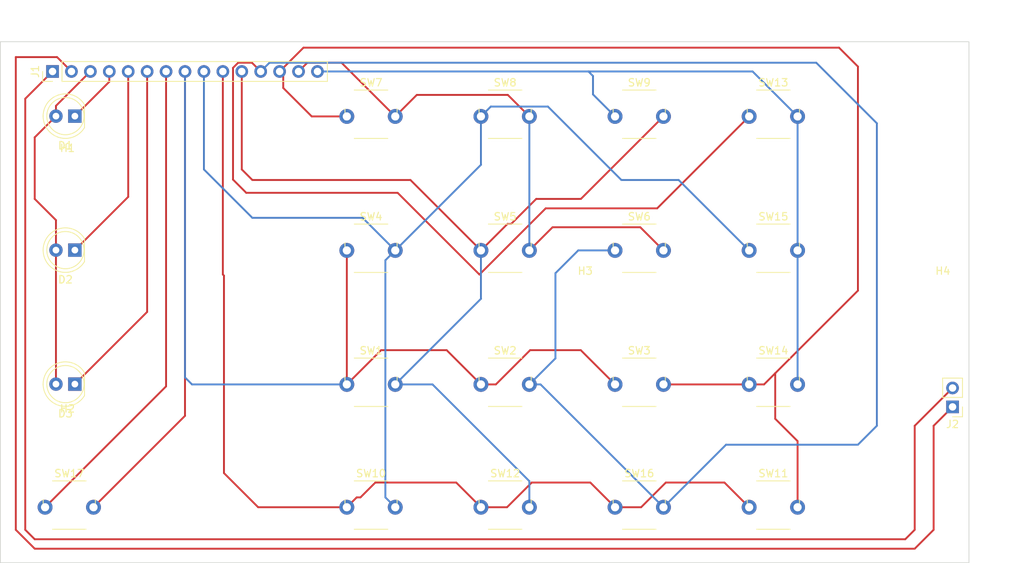
<source format=kicad_pcb>
(kicad_pcb (version 20221018) (generator pcbnew)
  (layers (0 "F.Cu" signal) (31 "B.Cu" signal) (34 "B.Paste" user) (35 "F.Paste" user) (36 "B.SilkS" user "B.Silkscreen") (37 "F.SilkS" user "F.Silkscreen") (38 "B.Mask" user) (39 "F.Mask" user) (44 "Edge.Cuts" user))
  (net 0 "")
  (net 1 "Net-(D1-K)")
  (net 2 "Net-(D1-A)")
  (net 3 "Net-(D2-K)")
  (net 4 "Net-(D3-K)")
  (net 5 "Net-(J1-Pin_1)")
  (net 6 "Net-(J1-Pin_2)")
  (net 7 "Net-(J1-Pin_7)")
  (net 8 "Net-(J1-Pin_8)")
  (net 9 "Net-(J1-Pin_9)")
  (net 10 "Net-(J1-Pin_10)")
  (net 11 "Net-(J1-Pin_11)")
  (net 12 "Net-(J1-Pin_12)")
  (net 13 "Net-(J1-Pin_13)")
  (net 14 "Net-(J1-Pin_14)")
  (net 15 "Net-(J1-Pin_15)")
  (footprint "MountingHole:MountingHole_3.2mm_M3" (layer "F.Cu") (at 59 68.5)
    (fp_text reference "H1" (at 0 -4.2) (layer "F.SilkS"))
    (fp_text value "MountingHole")
    (pad "" np_thru_hole circle (at 0 0) (size 3.2 3.2) (drill 3.2) (layers "*.Cu" "*.Mask"))
  )
  (footprint "Connector_PinHeader_2.54mm:PinHeader_1x02_P2.54mm_Vertical" (layer "F.Cu") (at 177.8 99.06 180)
    (fp_text reference "J2" (at 0 -2.33) (layer "F.SilkS"))
    (fp_text value "Conn_01x02_MountingPin")
    (fp_line (start -1.33 -1.33) (end 0 -1.33) (stroke (width 0.12)) (layer "F.SilkS"))
    (fp_line (start -1.33 0) (end -1.33 -1.33) (stroke (width 0.12)) (layer "F.SilkS"))
    (fp_line (start -1.33 1.27) (end -1.33 3.87) (stroke (width 0.12)) (layer "F.SilkS"))
    (fp_line (start -1.33 1.27) (end 1.33 1.27) (stroke (width 0.12)) (layer "F.SilkS"))
    (fp_line (start -1.33 3.87) (end 1.33 3.87) (stroke (width 0.12)) (layer "F.SilkS"))
    (fp_line (start 1.33 1.27) (end 1.33 3.87) (stroke (width 0.12)) (layer "F.SilkS"))
    (pad "1" thru_hole rect (at 0 0 180) (size 1.7 1.7) (drill 1) (layers "*.Cu" "*.Mask") (net 6 "Net-(J1-Pin_2)"))
    (pad "2" thru_hole oval (at 0 2.54 180) (size 1.7 1.7) (drill 1) (layers "*.Cu" "*.Mask") (net 5 "Net-(J1-Pin_1)"))
  )
  (footprint "Connector_PinHeader_2.54mm:PinHeader_1x15_P2.54mm_Vertical" (layer "F.Cu") (at 57 54 90)
    (fp_text reference "J1" (at 0 -2.33 90) (layer "F.SilkS"))
    (fp_text value "Conn_01x15_MountingPin")
    (fp_line (start -1.33 -1.33) (end 0 -1.33) (stroke (width 0.12)) (layer "F.SilkS"))
    (fp_line (start -1.33 0) (end -1.33 -1.33) (stroke (width 0.12)) (layer "F.SilkS"))
    (fp_line (start -1.33 1.27) (end -1.33 36.89) (stroke (width 0.12)) (layer "F.SilkS"))
    (fp_line (start -1.33 1.27) (end 1.33 1.27) (stroke (width 0.12)) (layer "F.SilkS"))
    (fp_line (start -1.33 36.89) (end 1.33 36.89) (stroke (width 0.12)) (layer "F.SilkS"))
    (fp_line (start 1.33 1.27) (end 1.33 36.89) (stroke (width 0.12)) (layer "F.SilkS"))
    (pad "1" thru_hole rect (at 0 0 90) (size 1.7 1.7) (drill 1) (layers "*.Cu" "*.Mask") (net 5 "Net-(J1-Pin_1)"))
    (pad "2" thru_hole oval (at 0 2.54 90) (size 1.7 1.7) (drill 1) (layers "*.Cu" "*.Mask") (net 6 "Net-(J1-Pin_2)"))
    (pad "3" thru_hole oval (at 0 5.08 90) (size 1.7 1.7) (drill 1) (layers "*.Cu" "*.Mask") (net 2 "Net-(D1-A)"))
    (pad "4" thru_hole oval (at 0 7.62 90) (size 1.7 1.7) (drill 1) (layers "*.Cu" "*.Mask") (net 1 "Net-(D1-K)"))
    (pad "5" thru_hole oval (at 0 10.16 90) (size 1.7 1.7) (drill 1) (layers "*.Cu" "*.Mask") (net 3 "Net-(D2-K)"))
    (pad "6" thru_hole oval (at 0 12.7 90) (size 1.7 1.7) (drill 1) (layers "*.Cu" "*.Mask") (net 4 "Net-(D3-K)"))
    (pad "7" thru_hole oval (at 0 15.24 90) (size 1.7 1.7) (drill 1) (layers "*.Cu" "*.Mask") (net 7 "Net-(J1-Pin_7)"))
    (pad "8" thru_hole oval (at 0 17.78 90) (size 1.7 1.7) (drill 1) (layers "*.Cu" "*.Mask") (net 8 "Net-(J1-Pin_8)"))
    (pad "9" thru_hole oval (at 0 20.32 90) (size 1.7 1.7) (drill 1) (layers "*.Cu" "*.Mask") (net 9 "Net-(J1-Pin_9)"))
    (pad "10" thru_hole oval (at 0 22.86 90) (size 1.7 1.7) (drill 1) (layers "*.Cu" "*.Mask") (net 10 "Net-(J1-Pin_10)"))
    (pad "11" thru_hole oval (at 0 25.4 90) (size 1.7 1.7) (drill 1) (layers "*.Cu" "*.Mask") (net 11 "Net-(J1-Pin_11)"))
    (pad "12" thru_hole oval (at 0 27.94 90) (size 1.7 1.7) (drill 1) (layers "*.Cu" "*.Mask") (net 12 "Net-(J1-Pin_12)"))
    (pad "13" thru_hole oval (at 0 30.48 90) (size 1.7 1.7) (drill 1) (layers "*.Cu" "*.Mask") (net 13 "Net-(J1-Pin_13)"))
    (pad "14" thru_hole oval (at 0 33.02 90) (size 1.7 1.7) (drill 1) (layers "*.Cu" "*.Mask") (net 14 "Net-(J1-Pin_14)"))
    (pad "15" thru_hole oval (at 0 35.56 90) (size 1.7 1.7) (drill 1) (layers "*.Cu" "*.Mask") (net 15 "Net-(J1-Pin_15)"))
  )
  (footprint "Button_Switch_THT:SW_PUSH_6mm_H5mm_single" (layer "F.Cu") (at 132.5 93.5)
    (fp_text reference "SW3" (at 3.25 -2) (layer "F.SilkS"))
    (fp_text value "3")
    (fp_line (start -0.25 1.5) (end -0.25 3) (stroke (width 0.12)) (layer "F.SilkS"))
    (fp_line (start 1 5.5) (end 5.5 5.5) (stroke (width 0.12)) (layer "F.SilkS"))
    (fp_line (start 5.5 -1) (end 1 -1) (stroke (width 0.12)) (layer "F.SilkS"))
    (fp_line (start 6.75 3) (end 6.75 1.5) (stroke (width 0.12)) (layer "F.SilkS"))
    (pad "1" thru_hole circle (at 0 2.54 90) (size 2 2) (drill 1.1) (layers "*.Cu" "*.Mask") (net 8 "Net-(J1-Pin_8)"))
    (pad "2" thru_hole circle (at 6.5 2.54 90) (size 2 2) (drill 1.1) (layers "*.Cu" "*.Mask") (net 13 "Net-(J1-Pin_13)"))
  )
  (footprint "Button_Switch_THT:SW_PUSH_6mm_H5mm_single" (layer "F.Cu") (at 132.5 75.5)
    (fp_text reference "SW6" (at 3.25 -2) (layer "F.SilkS"))
    (fp_text value "6")
    (fp_line (start -0.25 1.5) (end -0.25 3) (stroke (width 0.12)) (layer "F.SilkS"))
    (fp_line (start 1 5.5) (end 5.5 5.5) (stroke (width 0.12)) (layer "F.SilkS"))
    (fp_line (start 5.5 -1) (end 1 -1) (stroke (width 0.12)) (layer "F.SilkS"))
    (fp_line (start 6.75 3) (end 6.75 1.5) (stroke (width 0.12)) (layer "F.SilkS"))
    (pad "1" thru_hole circle (at 0 2.54 90) (size 2 2) (drill 1.1) (layers "*.Cu" "*.Mask") (net 12 "Net-(J1-Pin_12)"))
    (pad "2" thru_hole circle (at 6.5 2.54 90) (size 2 2) (drill 1.1) (layers "*.Cu" "*.Mask") (net 14 "Net-(J1-Pin_14)"))
  )
  (footprint "Button_Switch_THT:SW_PUSH_6mm_H5mm_single" (layer "F.Cu") (at 132.5 110)
    (fp_text reference "SW16" (at 3.25 -2) (layer "F.SilkS"))
    (fp_text value ">")
    (fp_line (start -0.25 1.5) (end -0.25 3) (stroke (width 0.12)) (layer "F.SilkS"))
    (fp_line (start 1 5.5) (end 5.5 5.5) (stroke (width 0.12)) (layer "F.SilkS"))
    (fp_line (start 5.5 -1) (end 1 -1) (stroke (width 0.12)) (layer "F.SilkS"))
    (fp_line (start 6.75 3) (end 6.75 1.5) (stroke (width 0.12)) (layer "F.SilkS"))
    (pad "1" thru_hole circle (at 0 2.54 90) (size 2 2) (drill 1.1) (layers "*.Cu" "*.Mask") (net 10 "Net-(J1-Pin_10)"))
    (pad "2" thru_hole circle (at 6.5 2.54 90) (size 2 2) (drill 1.1) (layers "*.Cu" "*.Mask") (net 12 "Net-(J1-Pin_12)"))
  )
  (footprint "Button_Switch_THT:SW_PUSH_6mm_H5mm_single" (layer "F.Cu") (at 150.5 110)
    (fp_text reference "SW11" (at 3.25 -2) (layer "F.SilkS"))
    (fp_text value "C")
    (fp_line (start -0.25 1.5) (end -0.25 3) (stroke (width 0.12)) (layer "F.SilkS"))
    (fp_line (start 1 5.5) (end 5.5 5.5) (stroke (width 0.12)) (layer "F.SilkS"))
    (fp_line (start 5.5 -1) (end 1 -1) (stroke (width 0.12)) (layer "F.SilkS"))
    (fp_line (start 6.75 3) (end 6.75 1.5) (stroke (width 0.12)) (layer "F.SilkS"))
    (pad "1" thru_hole circle (at 0 2.54 90) (size 2 2) (drill 1.1) (layers "*.Cu" "*.Mask") (net 10 "Net-(J1-Pin_10)"))
    (pad "2" thru_hole circle (at 6.5 2.54 90) (size 2 2) (drill 1.1) (layers "*.Cu" "*.Mask") (net 13 "Net-(J1-Pin_13)"))
  )
  (footprint "Button_Switch_THT:SW_PUSH_6mm_H5mm_single" (layer "F.Cu") (at 150.5 57.5)
    (fp_text reference "SW13" (at 3.25 -2) (layer "F.SilkS"))
    (fp_text value "IN")
    (fp_line (start -0.25 1.5) (end -0.25 3) (stroke (width 0.12)) (layer "F.SilkS"))
    (fp_line (start 1 5.5) (end 5.5 5.5) (stroke (width 0.12)) (layer "F.SilkS"))
    (fp_line (start 5.5 -1) (end 1 -1) (stroke (width 0.12)) (layer "F.SilkS"))
    (fp_line (start 6.75 3) (end 6.75 1.5) (stroke (width 0.12)) (layer "F.SilkS"))
    (pad "1" thru_hole circle (at 0 2.54 90) (size 2 2) (drill 1.1) (layers "*.Cu" "*.Mask") (net 12 "Net-(J1-Pin_12)"))
    (pad "2" thru_hole circle (at 6.5 2.54 90) (size 2 2) (drill 1.1) (layers "*.Cu" "*.Mask") (net 15 "Net-(J1-Pin_15)"))
  )
  (footprint "Button_Switch_THT:SW_PUSH_6mm_H5mm_single" (layer "F.Cu") (at 114.5 75.5)
    (fp_text reference "SW5" (at 3.25 -2) (layer "F.SilkS"))
    (fp_text value "5")
    (fp_line (start -0.25 1.5) (end -0.25 3) (stroke (width 0.12)) (layer "F.SilkS"))
    (fp_line (start 1 5.5) (end 5.5 5.5) (stroke (width 0.12)) (layer "F.SilkS"))
    (fp_line (start 5.5 -1) (end 1 -1) (stroke (width 0.12)) (layer "F.SilkS"))
    (fp_line (start 6.75 3) (end 6.75 1.5) (stroke (width 0.12)) (layer "F.SilkS"))
    (pad "1" thru_hole circle (at 0 2.54 90) (size 2 2) (drill 1.1) (layers "*.Cu" "*.Mask") (net 11 "Net-(J1-Pin_11)"))
    (pad "2" thru_hole circle (at 6.5 2.54 90) (size 2 2) (drill 1.1) (layers "*.Cu" "*.Mask") (net 14 "Net-(J1-Pin_14)"))
  )
  (footprint "Button_Switch_THT:SW_PUSH_6mm_H5mm_single" (layer "F.Cu") (at 96.5 57.5)
    (fp_text reference "SW7" (at 3.25 -2) (layer "F.SilkS"))
    (fp_text value "7")
    (fp_line (start -0.25 1.5) (end -0.25 3) (stroke (width 0.12)) (layer "F.SilkS"))
    (fp_line (start 1 5.5) (end 5.5 5.5) (stroke (width 0.12)) (layer "F.SilkS"))
    (fp_line (start 5.5 -1) (end 1 -1) (stroke (width 0.12)) (layer "F.SilkS"))
    (fp_line (start 6.75 3) (end 6.75 1.5) (stroke (width 0.12)) (layer "F.SilkS"))
    (pad "1" thru_hole circle (at 0 2.54 90) (size 2 2) (drill 1.1) (layers "*.Cu" "*.Mask") (net 13 "Net-(J1-Pin_13)"))
    (pad "2" thru_hole circle (at 6.5 2.54 90) (size 2 2) (drill 1.1) (layers "*.Cu" "*.Mask") (net 14 "Net-(J1-Pin_14)"))
  )
  (footprint "Button_Switch_THT:SW_PUSH_6mm_H5mm_single" (layer "F.Cu") (at 114.5 110)
    (fp_text reference "SW12" (at 3.25 -2) (layer "F.SilkS"))
    (fp_text value "<")
    (fp_line (start -0.25 1.5) (end -0.25 3) (stroke (width 0.12)) (layer "F.SilkS"))
    (fp_line (start 1 5.5) (end 5.5 5.5) (stroke (width 0.12)) (layer "F.SilkS"))
    (fp_line (start 5.5 -1) (end 1 -1) (stroke (width 0.12)) (layer "F.SilkS"))
    (fp_line (start 6.75 3) (end 6.75 1.5) (stroke (width 0.12)) (layer "F.SilkS"))
    (pad "1" thru_hole circle (at 0 2.54 90) (size 2 2) (drill 1.1) (layers "*.Cu" "*.Mask") (net 10 "Net-(J1-Pin_10)"))
    (pad "2" thru_hole circle (at 6.5 2.54 90) (size 2 2) (drill 1.1) (layers "*.Cu" "*.Mask") (net 11 "Net-(J1-Pin_11)"))
  )
  (footprint "Button_Switch_THT:SW_PUSH_6mm_H5mm_single" (layer "F.Cu") (at 56 110)
    (fp_text reference "SW17" (at 3.25 -2) (layer "F.SilkS"))
    (fp_text value "E-Stop")
    (fp_line (start -0.25 1.5) (end -0.25 3) (stroke (width 0.12)) (layer "F.SilkS"))
    (fp_line (start 1 5.5) (end 5.5 5.5) (stroke (width 0.12)) (layer "F.SilkS"))
    (fp_line (start 5.5 -1) (end 1 -1) (stroke (width 0.12)) (layer "F.SilkS"))
    (fp_line (start 6.75 3) (end 6.75 1.5) (stroke (width 0.12)) (layer "F.SilkS"))
    (pad "1" thru_hole circle (at 0 2.54 90) (size 2 2) (drill 1.1) (layers "*.Cu" "*.Mask") (net 7 "Net-(J1-Pin_7)"))
    (pad "2" thru_hole circle (at 6.5 2.54 90) (size 2 2) (drill 1.1) (layers "*.Cu" "*.Mask") (net 8 "Net-(J1-Pin_8)"))
  )
  (footprint "MountingHole:MountingHole_3.2mm_M3" (layer "F.Cu") (at 176.5 85)
    (fp_text reference "H4" (at 0 -4.2) (layer "F.SilkS"))
    (fp_text value "MountingHole")
    (pad "" np_thru_hole circle (at 0 0) (size 3.2 3.2) (drill 3.2) (layers "*.Cu" "*.Mask"))
  )
  (footprint "LED_THT:LED_D5.0mm_IRGrey" (layer "F.Cu") (at 60 60 180)
    (fp_text reference "D1" (at 1.27 -3.96) (layer "F.SilkS"))
    (fp_text value "CQY99")
    (fp_line (start -1.29 -1.545) (end -1.29 1.545) (stroke (width 0.12)) (layer "F.SilkS"))
    (fp_arc (start -1.29 -1.54483) (mid 2.072002 -2.880433) (end 4.26 0.000462) (stroke (width 0.12)) (layer "F.SilkS"))
    (fp_arc (start 4.26 -0.000462) (mid 2.072002 2.880433) (end -1.29 1.54483) (stroke (width 0.12)) (layer "F.SilkS"))
    (fp_circle (center 1.27 0) (end 3.77 0) (stroke (width 0.12)) (fill none) (layer "F.SilkS"))
    (pad "1" thru_hole rect (at 0 0 180) (size 1.8 1.8) (drill 0.9) (layers "*.Cu" "*.Mask") (net 1 "Net-(D1-K)"))
    (pad "2" thru_hole circle (at 2.54 0 180) (size 1.8 1.8) (drill 0.9) (layers "*.Cu" "*.Mask") (net 2 "Net-(D1-A)"))
  )
  (footprint "Button_Switch_THT:SW_PUSH_6mm_H5mm_single" (layer "F.Cu") (at 150.5 93.5)
    (fp_text reference "SW14" (at 3.25 -2) (layer "F.SilkS"))
    (fp_text value "CT")
    (fp_line (start -0.25 1.5) (end -0.25 3) (stroke (width 0.12)) (layer "F.SilkS"))
    (fp_line (start 1 5.5) (end 5.5 5.5) (stroke (width 0.12)) (layer "F.SilkS"))
    (fp_line (start 5.5 -1) (end 1 -1) (stroke (width 0.12)) (layer "F.SilkS"))
    (fp_line (start 6.75 3) (end 6.75 1.5) (stroke (width 0.12)) (layer "F.SilkS"))
    (pad "1" thru_hole circle (at 0 2.54 90) (size 2 2) (drill 1.1) (layers "*.Cu" "*.Mask") (net 13 "Net-(J1-Pin_13)"))
    (pad "2" thru_hole circle (at 6.5 2.54 90) (size 2 2) (drill 1.1) (layers "*.Cu" "*.Mask") (net 15 "Net-(J1-Pin_15)"))
  )
  (footprint "Button_Switch_THT:SW_PUSH_6mm_H5mm_single" (layer "F.Cu") (at 114.5 93.5)
    (fp_text reference "SW2" (at 3.25 -2) (layer "F.SilkS"))
    (fp_text value "2")
    (fp_line (start -0.25 1.5) (end -0.25 3) (stroke (width 0.12)) (layer "F.SilkS"))
    (fp_line (start 1 5.5) (end 5.5 5.5) (stroke (width 0.12)) (layer "F.SilkS"))
    (fp_line (start 5.5 -1) (end 1 -1) (stroke (width 0.12)) (layer "F.SilkS"))
    (fp_line (start 6.75 3) (end 6.75 1.5) (stroke (width 0.12)) (layer "F.SilkS"))
    (pad "1" thru_hole circle (at 0 2.54 90) (size 2 2) (drill 1.1) (layers "*.Cu" "*.Mask") (net 8 "Net-(J1-Pin_8)"))
    (pad "2" thru_hole circle (at 6.5 2.54 90) (size 2 2) (drill 1.1) (layers "*.Cu" "*.Mask") (net 12 "Net-(J1-Pin_12)"))
  )
  (footprint "MountingHole:MountingHole_3.2mm_M3" (layer "F.Cu") (at 128.5 85)
    (fp_text reference "H3" (at 0 -4.2) (layer "F.SilkS"))
    (fp_text value "MountingHole")
    (pad "" np_thru_hole circle (at 0 0) (size 3.2 3.2) (drill 3.2) (layers "*.Cu" "*.Mask"))
  )
  (footprint "Button_Switch_THT:SW_PUSH_6mm_H5mm_single" (layer "F.Cu") (at 150.5 75.5)
    (fp_text reference "SW15" (at 3.25 -2) (layer "F.SilkS"))
    (fp_text value "LO")
    (fp_line (start -0.25 1.5) (end -0.25 3) (stroke (width 0.12)) (layer "F.SilkS"))
    (fp_line (start 1 5.5) (end 5.5 5.5) (stroke (width 0.12)) (layer "F.SilkS"))
    (fp_line (start 5.5 -1) (end 1 -1) (stroke (width 0.12)) (layer "F.SilkS"))
    (fp_line (start 6.75 3) (end 6.75 1.5) (stroke (width 0.12)) (layer "F.SilkS"))
    (pad "1" thru_hole circle (at 0 2.54 90) (size 2 2) (drill 1.1) (layers "*.Cu" "*.Mask") (net 9 "Net-(J1-Pin_9)"))
    (pad "2" thru_hole circle (at 6.5 2.54 90) (size 2 2) (drill 1.1) (layers "*.Cu" "*.Mask") (net 15 "Net-(J1-Pin_15)"))
  )
  (footprint "Button_Switch_THT:SW_PUSH_6mm_H5mm_single" (layer "F.Cu") (at 132.5 57.5)
    (fp_text reference "SW9" (at 3.25 -2) (layer "F.SilkS"))
    (fp_text value "9")
    (fp_line (start -0.25 1.5) (end -0.25 3) (stroke (width 0.12)) (layer "F.SilkS"))
    (fp_line (start 1 5.5) (end 5.5 5.5) (stroke (width 0.12)) (layer "F.SilkS"))
    (fp_line (start 5.5 -1) (end 1 -1) (stroke (width 0.12)) (layer "F.SilkS"))
    (fp_line (start 6.75 3) (end 6.75 1.5) (stroke (width 0.12)) (layer "F.SilkS"))
    (pad "1" thru_hole circle (at 0 2.54 90) (size 2 2) (drill 1.1) (layers "*.Cu" "*.Mask") (net 15 "Net-(J1-Pin_15)"))
    (pad "2" thru_hole circle (at 6.5 2.54 90) (size 2 2) (drill 1.1) (layers "*.Cu" "*.Mask") (net 11 "Net-(J1-Pin_11)"))
  )
  (footprint "Button_Switch_THT:SW_PUSH_6mm_H5mm_single" (layer "F.Cu") (at 96.5 93.5)
    (fp_text reference "SW1" (at 3.25 -2) (layer "F.SilkS"))
    (fp_text value "1")
    (fp_line (start -0.25 1.5) (end -0.25 3) (stroke (width 0.12)) (layer "F.SilkS"))
    (fp_line (start 1 5.5) (end 5.5 5.5) (stroke (width 0.12)) (layer "F.SilkS"))
    (fp_line (start 5.5 -1) (end 1 -1) (stroke (width 0.12)) (layer "F.SilkS"))
    (fp_line (start 6.75 3) (end 6.75 1.5) (stroke (width 0.12)) (layer "F.SilkS"))
    (pad "1" thru_hole circle (at 0 2.54 90) (size 2 2) (drill 1.1) (layers "*.Cu" "*.Mask") (net 8 "Net-(J1-Pin_8)"))
    (pad "2" thru_hole circle (at 6.5 2.54 90) (size 2 2) (drill 1.1) (layers "*.Cu" "*.Mask") (net 11 "Net-(J1-Pin_11)"))
  )
  (footprint "LED_THT:LED_D5.0mm_IRGrey" (layer "F.Cu") (at 60 78 180)
    (fp_text reference "D2" (at 1.27 -3.96) (layer "F.SilkS"))
    (fp_text value "CQY99")
    (fp_line (start -1.29 -1.545) (end -1.29 1.545) (stroke (width 0.12)) (layer "F.SilkS"))
    (fp_arc (start -1.29 -1.54483) (mid 2.072002 -2.880433) (end 4.26 0.000462) (stroke (width 0.12)) (layer "F.SilkS"))
    (fp_arc (start 4.26 -0.000462) (mid 2.072002 2.880433) (end -1.29 1.54483) (stroke (width 0.12)) (layer "F.SilkS"))
    (fp_circle (center 1.27 0) (end 3.77 0) (stroke (width 0.12)) (fill none) (layer "F.SilkS"))
    (pad "1" thru_hole rect (at 0 0 180) (size 1.8 1.8) (drill 0.9) (layers "*.Cu" "*.Mask") (net 3 "Net-(D2-K)"))
    (pad "2" thru_hole circle (at 2.54 0 180) (size 1.8 1.8) (drill 0.9) (layers "*.Cu" "*.Mask") (net 2 "Net-(D1-A)"))
  )
  (footprint "MountingHole:MountingHole_3.2mm_M3" (layer "F.Cu") (at 59 103.5)
    (fp_text reference "H2" (at 0 -4.2) (layer "F.SilkS"))
    (fp_text value "MountingHole")
    (pad "" np_thru_hole circle (at 0 0) (size 3.2 3.2) (drill 3.2) (layers "F&B.Cu" "*.Mask"))
  )
  (footprint "Button_Switch_THT:SW_PUSH_6mm_H5mm_single" (layer "F.Cu") (at 96.5 110)
    (fp_text reference "SW10" (at 3.25 -2) (layer "F.SilkS"))
    (fp_text value "0")
    (fp_line (start -0.25 1.5) (end -0.25 3) (stroke (width 0.12)) (layer "F.SilkS"))
    (fp_line (start 1 5.5) (end 5.5 5.5) (stroke (width 0.12)) (layer "F.SilkS"))
    (fp_line (start 5.5 -1) (end 1 -1) (stroke (width 0.12)) (layer "F.SilkS"))
    (fp_line (start 6.75 3) (end 6.75 1.5) (stroke (width 0.12)) (layer "F.SilkS"))
    (pad "1" thru_hole circle (at 0 2.54 90) (size 2 2) (drill 1.1) (layers "*.Cu" "*.Mask") (net 10 "Net-(J1-Pin_10)"))
    (pad "2" thru_hole circle (at 6.5 2.54 90) (size 2 2) (drill 1.1) (layers "*.Cu" "*.Mask") (net 9 "Net-(J1-Pin_9)"))
  )
  (footprint "LED_THT:LED_D5.0mm_IRGrey" (layer "F.Cu") (at 60 96 180)
    (fp_text reference "D3" (at 1.27 -3.96) (layer "F.SilkS"))
    (fp_text value "CQY99")
    (fp_line (start -1.29 -1.545) (end -1.29 1.545) (stroke (width 0.12)) (layer "F.SilkS"))
    (fp_arc (start -1.29 -1.54483) (mid 2.072002 -2.880433) (end 4.26 0.000462) (stroke (width 0.12)) (layer "F.SilkS"))
    (fp_arc (start 4.26 -0.000462) (mid 2.072002 2.880433) (end -1.29 1.54483) (stroke (width 0.12)) (layer "F.SilkS"))
    (fp_circle (center 1.27 0) (end 3.77 0) (stroke (width 0.12)) (fill none) (layer "F.SilkS"))
    (pad "1" thru_hole rect (at 0 0 180) (size 1.8 1.8) (drill 0.9) (layers "*.Cu" "*.Mask") (net 4 "Net-(D3-K)"))
    (pad "2" thru_hole circle (at 2.54 0 180) (size 1.8 1.8) (drill 0.9) (layers "*.Cu" "*.Mask") (net 2 "Net-(D1-A)"))
  )
  (footprint "Button_Switch_THT:SW_PUSH_6mm_H5mm_single" (layer "F.Cu") (at 96.5 75.5)
    (fp_text reference "SW4" (at 3.25 -2) (layer "F.SilkS"))
    (fp_text value "4")
    (fp_line (start -0.25 1.5) (end -0.25 3) (stroke (width 0.12)) (layer "F.SilkS"))
    (fp_line (start 1 5.5) (end 5.5 5.5) (stroke (width 0.12)) (layer "F.SilkS"))
    (fp_line (start 5.5 -1) (end 1 -1) (stroke (width 0.12)) (layer "F.SilkS"))
    (fp_line (start 6.75 3) (end 6.75 1.5) (stroke (width 0.12)) (layer "F.SilkS"))
    (pad "1" thru_hole circle (at 0 2.54 90) (size 2 2) (drill 1.1) (layers "*.Cu" "*.Mask") (net 8 "Net-(J1-Pin_8)"))
    (pad "2" thru_hole circle (at 6.5 2.54 90) (size 2 2) (drill 1.1) (layers "*.Cu" "*.Mask") (net 9 "Net-(J1-Pin_9)"))
  )
  (footprint "Button_Switch_THT:SW_PUSH_6mm_H5mm_single" (layer "F.Cu") (at 114.5 57.5)
    (fp_text reference "SW8" (at 3.25 -2) (layer "F.SilkS"))
    (fp_text value "8")
    (fp_line (start -0.25 1.5) (end -0.25 3) (stroke (width 0.12)) (layer "F.SilkS"))
    (fp_line (start 1 5.5) (end 5.5 5.5) (stroke (width 0.12)) (layer "F.SilkS"))
    (fp_line (start 5.5 -1) (end 1 -1) (stroke (width 0.12)) (layer "F.SilkS"))
    (fp_line (start 6.75 3) (end 6.75 1.5) (stroke (width 0.12)) (layer "F.SilkS"))
    (pad "1" thru_hole circle (at 0 2.54 90) (size 2 2) (drill 1.1) (layers "*.Cu" "*.Mask") (net 9 "Net-(J1-Pin_9)"))
    (pad "2" thru_hole circle (at 6.5 2.54 90) (size 2 2) (drill 1.1) (layers "*.Cu" "*.Mask") (net 14 "Net-(J1-Pin_14)"))
  )
  (gr_rect (start 50 50) (end 180 120) (stroke (width 0.1)) (fill none) (layer "Edge.Cuts"))
  (segment (start 64.62 55.38) (end 60 60) (width 0.25) (layer "F.Cu") (net 1))
  (segment (start 64.62 54) (end 64.62 55.38) (width 0.25) (layer "F.Cu") (net 1))
  (segment (start 57.46 96) (end 57.46 78) (width 0.25) (layer "F.Cu") (net 2))
  (segment (start 57.46 58.62) (end 57.46 60) (width 0.25) (layer "F.Cu") (net 2))
  (segment (start 57.46 73.97) (end 54.61 71.12) (width 0.25) (layer "F.Cu") (net 2))
  (segment (start 62.08 54) (end 57.46 58.62) (width 0.25) (layer "F.Cu") (net 2))
  (segment (start 57.46 78) (end 57.46 73.97) (width 0.25) (layer "F.Cu") (net 2))
  (segment (start 54.61 62.85) (end 57.46 60) (width 0.25) (layer "F.Cu") (net 2))
  (segment (start 54.61 71.12) (end 54.61 62.85) (width 0.25) (layer "F.Cu") (net 2))
  (segment (start 67.16 54) (end 67.16 70.84) (width 0.25) (layer "F.Cu") (net 3))
  (segment (start 67.16 70.84) (end 60 78) (width 0.25) (layer "F.Cu") (net 3))
  (segment (start 69.7 54) (end 69.7 86.3) (width 0.25) (layer "F.Cu") (net 4))
  (segment (start 69.7 86.3) (end 60 96) (width 0.25) (layer "F.Cu") (net 4))
  (segment (start 53.34 57.66) (end 53.34 115.57) (width 0.25) (layer "F.Cu") (net 5))
  (segment (start 54.61 116.84) (end 171.45 116.84) (width 0.25) (layer "F.Cu") (net 5))
  (segment (start 53.34 115.57) (end 54.61 116.84) (width 0.25) (layer "F.Cu") (net 5))
  (segment (start 171.45 116.84) (end 172.72 115.57) (width 0.25) (layer "F.Cu") (net 5))
  (segment (start 172.72 115.57) (end 172.72 101.6) (width 0.25) (layer "F.Cu") (net 5))
  (segment (start 57 54) (end 53.34 57.66) (width 0.25) (layer "F.Cu") (net 5))
  (segment (start 172.72 101.6) (end 177.8 96.52) (width 0.25) (layer "F.Cu") (net 5))
  (segment (start 177.8 99.06) (end 175.26 101.6) (width 0.25) (layer "F.Cu") (net 6))
  (segment (start 52.07 52.07) (end 57.61 52.07) (width 0.25) (layer "F.Cu") (net 6))
  (segment (start 54.61 118.11) (end 52.07 115.57) (width 0.25) (layer "F.Cu") (net 6))
  (segment (start 172.72 118.11) (end 54.61 118.11) (width 0.25) (layer "F.Cu") (net 6))
  (segment (start 175.26 101.6) (end 175.26 115.57) (width 0.25) (layer "F.Cu") (net 6))
  (segment (start 52.07 115.57) (end 52.07 52.07) (width 0.25) (layer "F.Cu") (net 6))
  (segment (start 57.61 52.07) (end 59.54 54) (width 0.25) (layer "F.Cu") (net 6))
  (segment (start 175.26 115.57) (end 172.72 118.11) (width 0.25) (layer "F.Cu") (net 6))
  (segment (start 72.24 54) (end 72.24 96.3) (width 0.25) (layer "F.Cu") (net 7))
  (segment (start 72.24 96.3) (end 56 112.54) (width 0.25) (layer "F.Cu") (net 7))
  (segment (start 132.5 96.04) (end 127.9 91.44) (width 0.25) (layer "F.Cu") (net 8))
  (segment (start 121.1 91.44) (end 116.5 96.04) (width 0.25) (layer "F.Cu") (net 8))
  (segment (start 74.78 54) (end 74.78 93.98) (width 0.25) (layer "F.Cu") (net 8))
  (segment (start 74.78 54) (end 74.78 93.83) (width 0.25) (layer "F.Cu") (net 8))
  (segment (start 74.78 100.26) (end 62.5 112.54) (width 0.25) (layer "F.Cu") (net 8))
  (segment (start 74.78 93.98) (end 74.78 100.26) (width 0.25) (layer "F.Cu") (net 8))
  (segment (start 114.5 96.04) (end 109.9 91.44) (width 0.25) (layer "F.Cu") (net 8))
  (segment (start 109.9 91.44) (end 101.1 91.44) (width 0.25) (layer "F.Cu") (net 8))
  (segment (start 101.1 91.44) (end 96.5 96.04) (width 0.25) (layer "F.Cu") (net 8))
  (segment (start 116.5 96.04) (end 114.5 96.04) (width 0.25) (layer "F.Cu") (net 8))
  (segment (start 127.9 91.44) (end 121.1 91.44) (width 0.25) (layer "F.Cu") (net 8))
  (segment (start 96.5 78.04) (end 96.5 96.04) (width 0.25) (layer "F.Cu") (net 8))
  (segment (start 74.78 95.1) (end 75.72 96.04) (width 0.25) (layer "B.Cu") (net 8))
  (segment (start 75.72 96.04) (end 96.5 96.04) (width 0.25) (layer "B.Cu") (net 8))
  (segment (start 74.78 54) (end 74.78 95.1) (width 0.25) (layer "B.Cu") (net 8))
  (segment (start 133.35 68.58) (end 141.04 68.58) (width 0.25) (layer "B.Cu") (net 9))
  (segment (start 83.82 73.66) (end 98.62 73.66) (width 0.25) (layer "B.Cu") (net 9))
  (segment (start 114.5 60.04) (end 115.825 58.715) (width 0.25) (layer "B.Cu") (net 9))
  (segment (start 77.32 54) (end 77.32 67.16) (width 0.25) (layer "B.Cu") (net 9))
  (segment (start 141.04 68.58) (end 150.5 78.04) (width 0.25) (layer "B.Cu") (net 9))
  (segment (start 101.675 111.215) (end 103 112.54) (width 0.25) (layer "B.Cu") (net 9))
  (segment (start 115.825 58.715) (end 123.485 58.715) (width 0.25) (layer "B.Cu") (net 9))
  (segment (start 101.675 79.365) (end 101.675 111.215) (width 0.25) (layer "B.Cu") (net 9))
  (segment (start 77.32 67.16) (end 83.82 73.66) (width 0.25) (layer "B.Cu") (net 9))
  (segment (start 103 78.04) (end 101.675 79.365) (width 0.25) (layer "B.Cu") (net 9))
  (segment (start 114.5 66.54) (end 114.5 60.04) (width 0.25) (layer "B.Cu") (net 9))
  (segment (start 123.485 58.715) (end 133.35 68.58) (width 0.25) (layer "B.Cu") (net 9))
  (segment (start 103 78.04) (end 114.5 66.54) (width 0.25) (layer "B.Cu") (net 9))
  (segment (start 98.62 73.66) (end 103 78.04) (width 0.25) (layer "B.Cu") (net 9))
  (segment (start 129.18 109.22) (end 132.5 112.54) (width 0.25) (layer "F.Cu") (net 10))
  (segment (start 147.18 109.22) (end 150.5 112.54) (width 0.25) (layer "F.Cu") (net 10))
  (segment (start 79.86 81.273833) (end 80.01 81.423833) (width 0.25) (layer "F.Cu") (net 10))
  (segment (start 79.86 54) (end 79.86 81.273833) (width 0.25) (layer "F.Cu") (net 10))
  (segment (start 84.6 112.54) (end 96.5 112.54) (width 0.25) (layer "F.Cu") (net 10))
  (segment (start 118 112.54) (end 121.32 109.22) (width 0.25) (layer "F.Cu") (net 10))
  (segment (start 96.5 112.54) (end 97.825 111.215) (width 0.25) (layer "F.Cu") (net 10))
  (segment (start 100.33 109.22) (end 111.18 109.22) (width 0.25) (layer "F.Cu") (net 10))
  (segment (start 97.825 111.215) (end 98.335 111.215) (width 0.25) (layer "F.Cu") (net 10))
  (segment (start 139.32 109.22) (end 147.18 109.22) (width 0.25) (layer "F.Cu") (net 10))
  (segment (start 132.5 112.54) (end 136 112.54) (width 0.25) (layer "F.Cu") (net 10))
  (segment (start 114.5 112.54) (end 118 112.54) (width 0.25) (layer "F.Cu") (net 10))
  (segment (start 98.335 111.215) (end 100.33 109.22) (width 0.25) (layer "F.Cu") (net 10))
  (segment (start 136 112.54) (end 139.32 109.22) (width 0.25) (layer "F.Cu") (net 10))
  (segment (start 111.18 109.22) (end 114.5 112.54) (width 0.25) (layer "F.Cu") (net 10))
  (segment (start 80.01 81.423833) (end 80.01 107.95) (width 0.25) (layer "F.Cu") (net 10))
  (segment (start 80.01 107.95) (end 84.6 112.54) (width 0.25) (layer "F.Cu") (net 10))
  (segment (start 121.32 109.22) (end 129.18 109.22) (width 0.25) (layer "F.Cu") (net 10))
  (segment (start 82.4 54) (end 82.4 67.16) (width 0.25) (layer "F.Cu") (net 11))
  (segment (start 114.5 78.04) (end 118.06 74.48) (width 0.25) (layer "F.Cu") (net 11))
  (segment (start 127.92 71.12) (end 139 60.04) (width 0.25) (layer "F.Cu") (net 11))
  (segment (start 105.04 68.58) (end 114.5 78.04) (width 0.25) (layer "F.Cu") (net 11))
  (segment (start 121.92 71.12) (end 127.92 71.12) (width 0.25) (layer "F.Cu") (net 11))
  (segment (start 118.56 74.48) (end 121.92 71.12) (width 0.25) (layer "F.Cu") (net 11))
  (segment (start 83.82 68.58) (end 105.04 68.58) (width 0.25) (layer "F.Cu") (net 11))
  (segment (start 118.06 74.48) (end 118.56 74.48) (width 0.25) (layer "F.Cu") (net 11))
  (segment (start 114.5 78.04) (end 114.5 77.67) (width 0.25) (layer "F.Cu") (net 11))
  (segment (start 82.4 67.16) (end 83.82 68.58) (width 0.25) (layer "F.Cu") (net 11))
  (segment (start 103 96.04) (end 108 96.04) (width 0.25) (layer "B.Cu") (net 11))
  (segment (start 108 96.04) (end 121 109.04) (width 0.25) (layer "B.Cu") (net 11))
  (segment (start 121 109.04) (end 121 112.54) (width 0.25) (layer "B.Cu") (net 11))
  (segment (start 114.5 78.04) (end 114.5 84.54) (width 0.25) (layer "B.Cu") (net 11))
  (segment (start 114.5 84.54) (end 103 96.04) (width 0.25) (layer "B.Cu") (net 11))
  (segment (start 138.15 72.39) (end 123.19 72.39) (width 0.25) (layer "F.Cu") (net 12))
  (segment (start 123.19 72.39) (end 114.3 81.28) (width 0.25) (layer "F.Cu") (net 12))
  (segment (start 83.765 52.825) (end 84.94 54) (width 0.25) (layer "F.Cu") (net 12))
  (segment (start 150.5 60.04) (end 138.15 72.39) (width 0.25) (layer "F.Cu") (net 12))
  (segment (start 81.913299 52.825) (end 83.765 52.825) (width 0.25) (layer "F.Cu") (net 12))
  (segment (start 81.225 68.525) (end 81.225 53.513299) (width 0.25) (layer "F.Cu") (net 12))
  (segment (start 103.32 70.3) (end 83 70.3) (width 0.25) (layer "F.Cu") (net 12))
  (segment (start 114.3 81.28) (end 103.32 70.3) (width 0.25) (layer "F.Cu") (net 12))
  (segment (start 83 70.3) (end 81.225 68.525) (width 0.25) (layer "F.Cu") (net 12))
  (segment (start 81.225 53.513299) (end 81.913299 52.825) (width 0.25) (layer "F.Cu") (net 12))
  (segment (start 121 96.04) (end 124.5 92.54) (width 0.25) (layer "B.Cu") (net 12))
  (segment (start 165.1 104.14) (end 147.4 104.14) (width 0.25) (layer "B.Cu") (net 12))
  (segment (start 167.64 60.96) (end 167.64 101.6) (width 0.25) (layer "B.Cu") (net 12))
  (segment (start 159.505 52.825) (end 167.64 60.96) (width 0.25) (layer "B.Cu") (net 12))
  (segment (start 124.5 92.54) (end 124.5 81.1) (width 0.25) (layer "B.Cu") (net 12))
  (segment (start 167.64 101.6) (end 165.1 104.14) (width 0.25) (layer "B.Cu") (net 12))
  (segment (start 127.56 78.04) (end 132.5 78.04) (width 0.25) (layer "B.Cu") (net 12))
  (segment (start 86.115 52.825) (end 159.505 52.825) (width 0.25) (layer "B.Cu") (net 12))
  (segment (start 147.4 104.14) (end 139 112.54) (width 0.25) (layer "B.Cu") (net 12))
  (segment (start 124.5 81.1) (end 127.56 78.04) (width 0.25) (layer "B.Cu") (net 12))
  (segment (start 139 112.54) (end 122.5 96.04) (width 0.25) (layer "B.Cu") (net 12))
  (segment (start 122.5 96.04) (end 121 96.04) (width 0.25) (layer "B.Cu") (net 12))
  (segment (start 84.94 54) (end 86.115 52.825) (width 0.25) (layer "B.Cu") (net 12))
  (segment (start 165.1 83.44) (end 154 94.54) (width 0.25) (layer "F.Cu") (net 13))
  (segment (start 139 96.04) (end 152.5 96.04) (width 0.25) (layer "F.Cu") (net 13))
  (segment (start 152.5 96.04) (end 154 94.54) (width 0.25) (layer "F.Cu") (net 13))
  (segment (start 154 94.54) (end 154 100.66) (width 0.25) (layer "F.Cu") (net 13))
  (segment (start 165.1 53.34) (end 165.1 83.44) (width 0.25) (layer "F.Cu") (net 13))
  (segment (start 87.48 54) (end 89.105 52.375) (width 0.25) (layer "F.Cu") (net 13))
  (segment (start 91.79 60.04) (end 96.5 60.04) (width 0.25) (layer "F.Cu") (net 13))
  (segment (start 87.966701 54.486701) (end 87.966701 56.216701) (width 0.25) (layer "F.Cu") (net 13))
  (segment (start 90.68 50.8) (end 162.56 50.8) (width 0.25) (layer "F.Cu") (net 13))
  (segment (start 89.105 52.375) (end 90.68 50.8) (width 0.25) (layer "F.Cu") (net 13))
  (segment (start 157 103.66) (end 157 112.54) (width 0.25) (layer "F.Cu") (net 13))
  (segment (start 87.48 54) (end 87.966701 54.486701) (width 0.25) (layer "F.Cu") (net 13))
  (segment (start 154 100.66) (end 157 103.66) (width 0.25) (layer "F.Cu") (net 13))
  (segment (start 162.56 50.8) (end 165.1 53.34) (width 0.25) (layer "F.Cu") (net 13))
  (segment (start 87.966701 56.216701) (end 91.79 60.04) (width 0.25) (layer "F.Cu") (net 13))
  (segment (start 105.89 57.15) (end 118.11 57.15) (width 0.25) (layer "F.Cu") (net 14))
  (segment (start 121 78.04) (end 124.11 74.93) (width 0.25) (layer "F.Cu") (net 14))
  (segment (start 135.89 74.93) (end 139 78.04) (width 0.25) (layer "F.Cu") (net 14))
  (segment (start 124.11 74.93) (end 135.89 74.93) (width 0.25) (layer "F.Cu") (net 14))
  (segment (start 91.195 52.825) (end 95.785 52.825) (width 0.25) (layer "F.Cu") (net 14))
  (segment (start 95.785 52.825) (end 103 60.04) (width 0.25) (layer "F.Cu") (net 14))
  (segment (start 103 60.04) (end 105.89 57.15) (width 0.25) (layer "F.Cu") (net 14))
  (segment (start 90.02 54) (end 91.195 52.825) (width 0.25) (layer "F.Cu") (net 14))
  (segment (start 118.11 57.15) (end 121 60.04) (width 0.25) (layer "F.Cu") (net 14))
  (segment (start 121 60.04) (end 121 78.04) (width 0.25) (layer "B.Cu") (net 14))
  (segment (start 150.96 54) (end 157 60.04) (width 0.25) (layer "B.Cu") (net 15))
  (segment (start 157 60.04) (end 157 96.04) (width 0.25) (layer "B.Cu") (net 15))
  (segment (start 129.54 54.61) (end 129.54 57.08) (width 0.25) (layer "B.Cu") (net 15))
  (segment (start 129.54 57.08) (end 132.5 60.04) (width 0.25) (layer "B.Cu") (net 15))
  (segment (start 128.93 54) (end 129.54 54.61) (width 0.25) (layer "B.Cu") (net 15))
  (segment (start 128.93 54) (end 150.96 54) (width 0.25) (layer "B.Cu") (net 15))
  (segment (start 92.56 54) (end 128.93 54) (width 0.25) (layer "B.Cu") (net 15))
)
</source>
